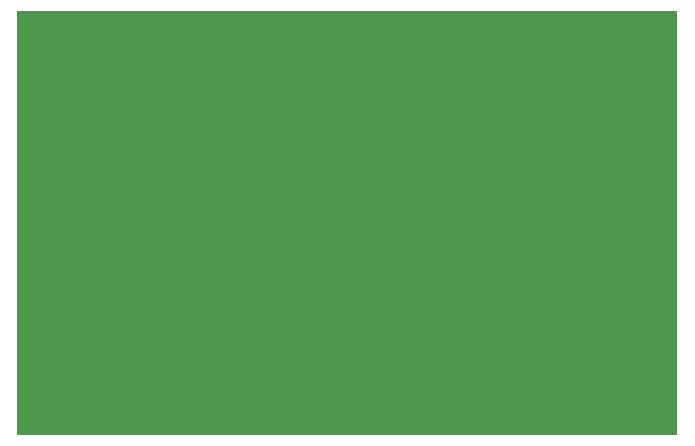
<source format=gbr>
G04 DipTrace 2.4.0.2*
%INBoard.gbr*%
%MOIN*%
%ADD11C,0.0055*%
%FSLAX44Y44*%
G04*
G70*
G90*
G75*
G01*
%LNBoardPoly*%
%LPD*%
G36*
X3940Y18065D2*
D11*
X25940D1*
Y3940D1*
X3940D1*
Y18065D1*
G37*
M02*

</source>
